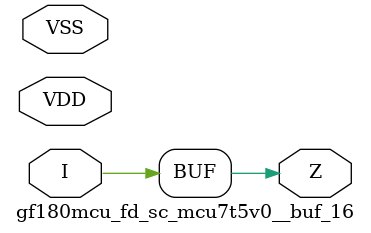
<source format=v>

module gf180mcu_fd_sc_mcu7t5v0__buf_16( I, Z, VDD, VSS );
input I;
inout VDD, VSS;
output Z;

	buf MGM_BG_0( Z, I );

endmodule

</source>
